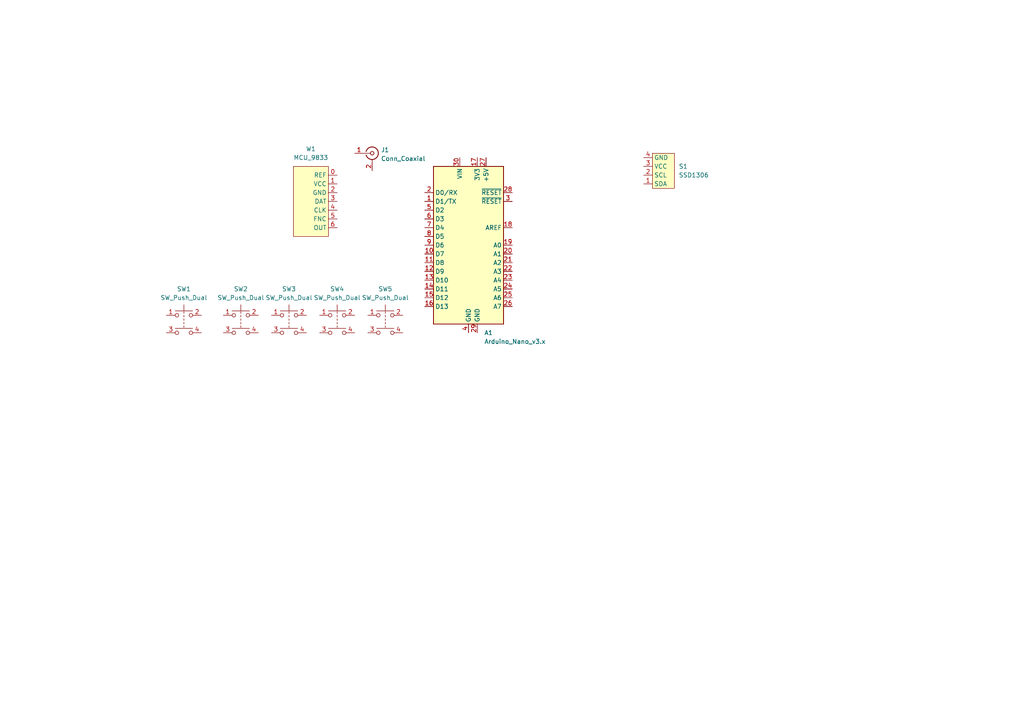
<source format=kicad_sch>
(kicad_sch (version 20211123) (generator eeschema)
  (paper "A4")
  (lib_symbols
    (symbol "Connector:Conn_Coaxial" (pin_names (offset 1.016) hide)
      (property "Reference" "J" (at 0.254 3.048 0))
      (property "Value" "Conn_Coaxial" (at 2.921 0 90))
      (symbol "Conn_Coaxial_0_1"
        (arc (start -1.778 -0.508) (mid 0.2311 -1.8066) (end 1.778 0) (stroke (width 0.254)))
        (polyline (pts (xy -2.54 0) (xy -0.508 0)))
        (polyline (pts (xy 0 -2.54) (xy 0 -1.778)))
        (circle (center 0 0) (radius 0.508) (stroke (width 0.2032)))
        (arc (start 1.778 0) (mid 0.2099 1.8101) (end -1.778 0.508) (stroke (width 0.254)))
      )
      (symbol "Conn_Coaxial_1_1"
        (pin passive line (at -5.08 0 0) (length 2.54) (name "In") (number "1"))
        (pin passive line (at 0 -5.08 90) (length 2.54) (name "Ext") (number "2"))
      )
    )
    (symbol "MCU_Module:Arduino_Nano_v3.x"
      (property "Reference" "A" (at -10.16 23.495 0))
      (property "Value" "Arduino_Nano_v3.x" (at 5.08 -24.13 0))
      (symbol "Arduino_Nano_v3.x_0_1"
        (rectangle (start -10.16 22.86) (end 10.16 -22.86) (stroke (width 0.254)) (fill (type background)))
      )
      (symbol "Arduino_Nano_v3.x_1_1"
        (pin bidirectional line (at -12.7 12.7 0) (length 2.54) (name "D1/TX") (number "1"))
        (pin bidirectional line (at -12.7 -2.54 0) (length 2.54) (name "D7") (number "10"))
        (pin bidirectional line (at -12.7 -5.08 0) (length 2.54) (name "D8") (number "11"))
        (pin bidirectional line (at -12.7 -7.62 0) (length 2.54) (name "D9") (number "12"))
        (pin bidirectional line (at -12.7 -10.16 0) (length 2.54) (name "D10") (number "13"))
        (pin bidirectional line (at -12.7 -12.7 0) (length 2.54) (name "D11") (number "14"))
        (pin bidirectional line (at -12.7 -15.24 0) (length 2.54) (name "D12") (number "15"))
        (pin bidirectional line (at -12.7 -17.78 0) (length 2.54) (name "D13") (number "16"))
        (pin power_out line (at 2.54 25.4 270) (length 2.54) (name "3V3") (number "17"))
        (pin input line (at 12.7 5.08 180) (length 2.54) (name "AREF") (number "18"))
        (pin bidirectional line (at 12.7 0 180) (length 2.54) (name "A0") (number "19"))
        (pin bidirectional line (at -12.7 15.24 0) (length 2.54) (name "D0/RX") (number "2"))
        (pin bidirectional line (at 12.7 -2.54 180) (length 2.54) (name "A1") (number "20"))
        (pin bidirectional line (at 12.7 -5.08 180) (length 2.54) (name "A2") (number "21"))
        (pin bidirectional line (at 12.7 -7.62 180) (length 2.54) (name "A3") (number "22"))
        (pin bidirectional line (at 12.7 -10.16 180) (length 2.54) (name "A4") (number "23"))
        (pin bidirectional line (at 12.7 -12.7 180) (length 2.54) (name "A5") (number "24"))
        (pin bidirectional line (at 12.7 -15.24 180) (length 2.54) (name "A6") (number "25"))
        (pin bidirectional line (at 12.7 -17.78 180) (length 2.54) (name "A7") (number "26"))
        (pin power_out line (at 5.08 25.4 270) (length 2.54) (name "+5V") (number "27"))
        (pin input line (at 12.7 15.24 180) (length 2.54) (name "~{RESET}") (number "28"))
        (pin power_in line (at 2.54 -25.4 90) (length 2.54) (name "GND") (number "29"))
        (pin input line (at 12.7 12.7 180) (length 2.54) (name "~{RESET}") (number "3"))
        (pin power_in line (at -2.54 25.4 270) (length 2.54) (name "VIN") (number "30"))
        (pin power_in line (at 0 -25.4 90) (length 2.54) (name "GND") (number "4"))
        (pin bidirectional line (at -12.7 10.16 0) (length 2.54) (name "D2") (number "5"))
        (pin bidirectional line (at -12.7 7.62 0) (length 2.54) (name "D3") (number "6"))
        (pin bidirectional line (at -12.7 5.08 0) (length 2.54) (name "D4") (number "7"))
        (pin bidirectional line (at -12.7 2.54 0) (length 2.54) (name "D5") (number "8"))
        (pin bidirectional line (at -12.7 0 0) (length 2.54) (name "D6") (number "9"))
      )
    )
    (symbol "Switch:SW_Push_Dual" (pin_names (offset 1.016) hide)
      (property "Reference" "SW" (at 1.27 2.54 0))
      (property "Value" "SW_Push_Dual" (at 0 -6.858 0))
      (symbol "SW_Push_Dual_0_1"
        (circle (center -2.032 -5.08) (radius 0.508))
        (circle (center -2.032 0) (radius 0.508))
        (polyline (pts (xy 0 -3.048) (xy 0 -3.556)))
        (polyline (pts (xy 0 -2.032) (xy 0 -2.54)))
        (polyline (pts (xy 0 -1.524) (xy 0 -1.016)))
        (polyline (pts (xy 0 -0.508) (xy 0 0)))
        (polyline (pts (xy 0 0.508) (xy 0 1.016)))
        (polyline (pts (xy 0 1.27) (xy 0 3.048)))
        (polyline (pts (xy 2.54 -3.81) (xy -2.54 -3.81)))
        (polyline (pts (xy 2.54 1.27) (xy -2.54 1.27)))
        (circle (center 2.032 -5.08) (radius 0.508))
        (circle (center 2.032 0) (radius 0.508))
        (pin passive line (at -5.08 0 0) (length 2.54) (name "1") (number "1"))
        (pin passive line (at 5.08 0 180) (length 2.54) (name "2") (number "2"))
        (pin passive line (at -5.08 -5.08 0) (length 2.54) (name "3") (number "3"))
        (pin passive line (at 5.08 -5.08 180) (length 2.54) (name "4") (number "4"))
      )
    )
    (symbol "_ waveform_generator:MCU_9833"
      (property "Reference" "W" (at -1.27 13.97 0))
      (property "Value" "MCU_9833" (at 2.54 11.43 0))
      (symbol "MCU_9833_0_1"
        (rectangle (start -2.54 10.16) (end 7.62 -10.16) (fill (type background)))
      )
      (symbol "MCU_9833_1_1"
        (pin input line (at -5.08 7.62 0) (length 2.54) (name "REF") (number "0"))
        (pin power_in line (at -5.08 5.08 0) (length 2.54) (name "VCC") (number "1"))
        (pin power_in line (at -5.08 2.54 0) (length 2.54) (name "GND") (number "2"))
        (pin input line (at -5.08 0 0) (length 2.54) (name "DAT") (number "3"))
        (pin input line (at -5.08 -2.54 0) (length 2.54) (name "CLK") (number "4"))
        (pin input line (at -5.08 -5.08 0) (length 2.54) (name "FNC") (number "5"))
        (pin output line (at -5.08 -7.62 0) (length 2.54) (name "OUT") (number "6"))
      )
    )
    (symbol "_screen:SSD1306"
      (property "Reference" "S" (at -1.27 13.97 0))
      (property "Value" "SSD1306" (at 2.54 11.43 0))
      (symbol "SSD1306_0_1"
        (rectangle (start -1.27 10.16) (end 5.08 0) (fill (type background)))
      )
      (symbol "SSD1306_1_1"
        (pin input line (at -3.81 1.27 0) (length 2.54) (name "SDA") (number "1"))
        (pin input line (at -3.81 3.81 0) (length 2.54) (name "SCL") (number "2"))
        (pin power_in line (at -3.81 6.35 0) (length 2.54) (name "VCC") (number "3"))
        (pin power_in line (at -3.81 8.89 0) (length 2.54) (name "GND") (number "4"))
      )
    )
  )
  (symbol (lib_id "MCU_Module:Arduino_Nano_v3.x") (at 135.89 71.12 0) (unit 1)
    (property "Reference" "A1" (at 140.4494 96.52 0) (effects (justify left)))
    (property "Value" "Arduino_Nano_v3.x" (at 140.4494 99.06 0) (effects (justify left)))
    (property "Footprint" "Module:Arduino_Nano" (effects hide))
    (property "Datasheet" "http://www.mouser.com/pdfdocs/Gravitech_Arduino_Nano3_0.pdf" (effects hide))
  )
  (symbol (lib_id "Switch:SW_Push_Dual") (at 111.76 91.44 0) (unit 1)
    (property "Reference" "SW5" (at 111.76 83.82 0))
    (property "Value" "SW_Push_Dual" (at 111.76 86.36 0))
    (property "Footprint" "Button_Switch_THT:SW_DIP_SPSTx02_Piano_10.8x6.64mm_W7.62mm_P2.54mm" (effects hide))
  )
  (symbol (lib_id "Switch:SW_Push_Dual") (at 83.82 91.44 0) (unit 1)
    (property "Reference" "SW3" (at 83.82 83.82 0))
    (property "Value" "SW_Push_Dual" (at 83.82 86.36 0))
    (property "Footprint" "Button_Switch_THT:SW_DIP_SPSTx02_Piano_10.8x6.64mm_W7.62mm_P2.54mm" (effects hide))
  )
  (symbol (lib_id "Connector:Conn_Coaxial") (at 107.95 44.45 0) (unit 1)
    (property "Reference" "J1" (at 110.49 43.4731 0) (effects (justify left)))
    (property "Value" "Conn_Coaxial" (at 110.49 46.0131 0) (effects (justify left)))
    (property "Datasheet" " ~" (effects hide))
  )
  (symbol (lib_id "_screen:SSD1306") (at 190.5 54.61 0) (unit 1)
    (property "Reference" "S1" (at 196.85 48.2599 0) (effects (justify left)))
    (property "Value" "SSD1306" (at 196.85 50.7999 0) (effects (justify left)))
  )
  (symbol (lib_id "Switch:SW_Push_Dual") (at 69.85 91.44 0) (unit 1)
    (property "Reference" "SW2" (at 69.85 83.82 0))
    (property "Value" "SW_Push_Dual" (at 69.85 86.36 0))
    (property "Footprint" "Button_Switch_THT:SW_DIP_SPSTx02_Piano_10.8x6.64mm_W7.62mm_P2.54mm" (effects hide))
  )
  (symbol (lib_id "Switch:SW_Push_Dual") (at 97.79 91.44 0) (unit 1)
    (property "Reference" "SW4" (at 97.79 83.82 0))
    (property "Value" "SW_Push_Dual" (at 97.79 86.36 0))
    (property "Footprint" "Button_Switch_THT:SW_DIP_SPSTx02_Piano_10.8x6.64mm_W7.62mm_P2.54mm" (effects hide))
  )
  (symbol (lib_id "_ waveform_generator:MCU_9833") (at 92.71 58.42 0) (mirror y) (unit 1)
    (property "Reference" "W1" (at 90.17 43.18 0))
    (property "Value" "MCU_9833" (at 90.17 45.72 0))
  )
  (symbol (lib_id "Switch:SW_Push_Dual") (at 53.34 91.44 0) (unit 1)
    (property "Reference" "SW1" (at 53.34 83.82 0))
    (property "Value" "SW_Push_Dual" (at 53.34 86.36 0))
    (property "Footprint" "Button_Switch_THT:SW_DIP_SPSTx02_Piano_10.8x6.64mm_W7.62mm_P2.54mm" (effects hide))
  )
)
</source>
